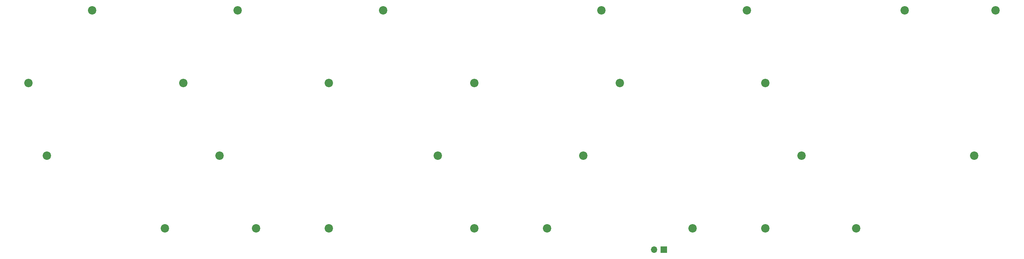
<source format=gbr>
%TF.GenerationSoftware,KiCad,Pcbnew,8.0.8*%
%TF.CreationDate,2025-02-20T19:48:58+01:00*%
%TF.ProjectId,ampersand,616d7065-7273-4616-9e64-2e6b69636164,rev?*%
%TF.SameCoordinates,Original*%
%TF.FileFunction,Soldermask,Top*%
%TF.FilePolarity,Negative*%
%FSLAX46Y46*%
G04 Gerber Fmt 4.6, Leading zero omitted, Abs format (unit mm)*
G04 Created by KiCad (PCBNEW 8.0.8) date 2025-02-20 19:48:58*
%MOMM*%
%LPD*%
G01*
G04 APERTURE LIST*
%ADD10C,2.200000*%
%ADD11R,1.700000X1.700000*%
%ADD12O,1.700000X1.700000*%
G04 APERTURE END LIST*
D10*
%TO.C,H10*%
X127000000Y-72231250D03*
%TD*%
%TO.C,H27*%
X79375000Y-91281250D03*
%TD*%
%TO.C,H19*%
X98425000Y-91281250D03*
%TD*%
%TO.C,H14*%
X55562500Y-91281250D03*
%TD*%
%TO.C,H2*%
X60325000Y-53192960D03*
%TD*%
%TO.C,H17*%
X155575000Y-91281250D03*
%TD*%
%TO.C,H15*%
X193675000Y-91281250D03*
%TD*%
%TO.C,H26*%
X212725000Y-91281250D03*
%TD*%
%TO.C,H16*%
X136525000Y-91281250D03*
%TD*%
%TO.C,H6*%
X249237500Y-34131250D03*
%TD*%
%TO.C,H24*%
X174625000Y-53181250D03*
%TD*%
%TO.C,H8*%
X212725000Y-53181250D03*
%TD*%
%TO.C,H7*%
X98425000Y-53181250D03*
%TD*%
%TO.C,H21*%
X19843750Y-53181250D03*
%TD*%
%TO.C,H13*%
X267493031Y-72231250D03*
%TD*%
%TO.C,H22*%
X74612500Y-34131250D03*
%TD*%
%TO.C,H25*%
X69850000Y-72231250D03*
%TD*%
%TO.C,H9*%
X273050000Y-34131250D03*
%TD*%
%TO.C,H12*%
X222250000Y-72231250D03*
%TD*%
%TO.C,H18*%
X136524999Y-53181249D03*
%TD*%
%TO.C,H5*%
X169862500Y-34131250D03*
%TD*%
%TO.C,H1*%
X36511781Y-34142960D03*
%TD*%
%TO.C,H20*%
X236537500Y-91281250D03*
%TD*%
%TO.C,H3*%
X24606250Y-72231250D03*
%TD*%
%TO.C,H4*%
X112711781Y-34142960D03*
%TD*%
%TO.C,H23*%
X207962500Y-34131250D03*
%TD*%
%TO.C,H11*%
X165100000Y-72231250D03*
%TD*%
D11*
%TO.C,SW1*%
X186218750Y-96837500D03*
D12*
X183678750Y-96837500D03*
%TD*%
M02*

</source>
